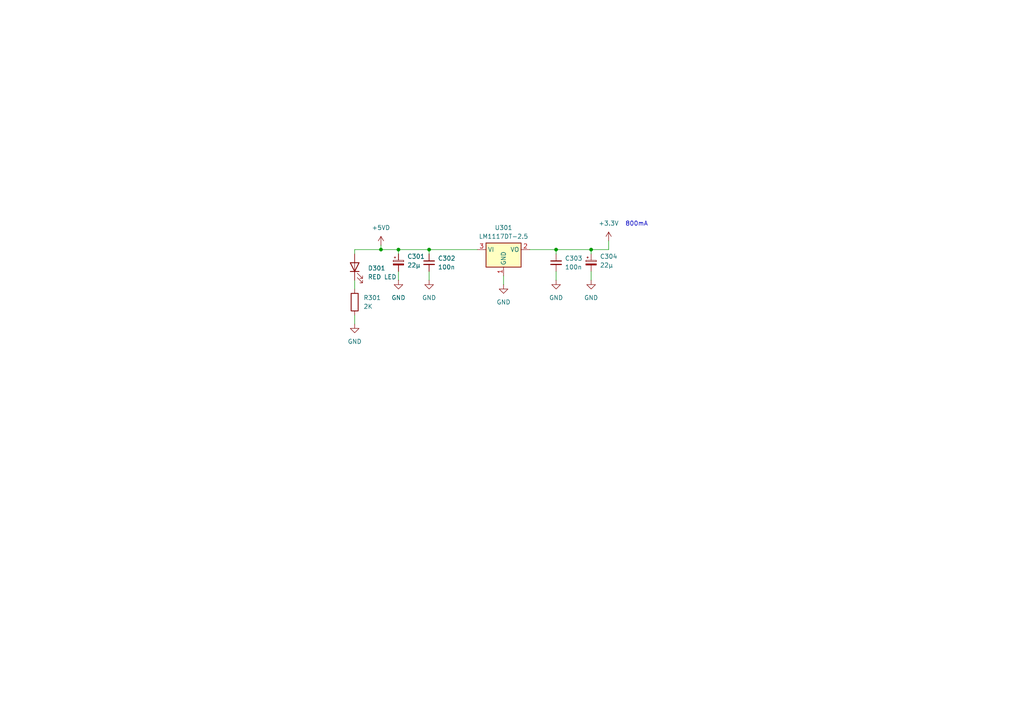
<source format=kicad_sch>
(kicad_sch (version 20250114) (generator "eeschema") (generator_version "9.0")
  (paper "A4")
  (title_block (title "POWER SUPPLY") (date "2025-09-17") (rev "V1.0") (company "CMOS-74A"))
  (lib_symbols
    (symbol "Device:C_Polarized_Small" (pin_numbers (hide yes)) (pin_names (offset 0.254) (hide yes))
      (property "Reference" "C" (at 0.254 1.778 0))
      (property "Value" "C_Polarized_Small" (at 0.254 -2.032 0))
      (symbol "C_Polarized_Small_0_1"
        (rectangle (start -1.524 0.6858) (end 1.524 0.3048))
        (rectangle (start -1.524 -0.3048) (end 1.524 -0.6858) (fill (type outline)))
        (polyline (pts (xy -1.27 1.524) (xy -0.762 1.524)))
        (polyline (pts (xy -1.016 1.27) (xy -1.016 1.778)))
      )
      (symbol "C_Polarized_Small_1_1"
        (pin passive line (at 0 2.54 270) (length 1.8542) (name "~") (number "1"))
        (pin passive line (at 0 -2.54 90) (length 1.8542) (name "~") (number "2"))
      )
    )
    (symbol "Device:C_Small" (pin_numbers (hide yes)) (pin_names (offset 0.254) (hide yes))
      (property "Reference" "C" (at 0.254 1.778 0))
      (property "Value" "C_Small" (at 0.254 -2.032 0))
      (symbol "C_Small_0_1"
        (polyline (pts (xy -1.524 0.508) (xy 1.524 0.508)) (stroke (width 0.3048)))
        (polyline (pts (xy -1.524 -0.508) (xy 1.524 -0.508)) (stroke (width 0.3302)))
      )
      (symbol "C_Small_1_1"
        (pin passive line (at 0 2.54 270) (length 2.032) (name "~") (number "1"))
        (pin passive line (at 0 -2.54 90) (length 2.032) (name "~") (number "2"))
      )
    )
    (symbol "Device:LED" (pin_numbers (hide yes)) (pin_names (offset 1.016) (hide yes))
      (property "Reference" "D" (at 0 2.54 0))
      (property "Value" "LED" (at 0 -2.54 0))
      (symbol "LED_0_1"
        (polyline (pts (xy -3.048 -0.762) (xy -4.572 -2.286) (xy -3.81 -2.286) (xy -4.572 -2.286) (xy -4.572 -1.524)))
        (polyline (pts (xy -1.778 -0.762) (xy -3.302 -2.286) (xy -2.54 -2.286) (xy -3.302 -2.286) (xy -3.302 -1.524)))
        (polyline (pts (xy -1.27 0) (xy 1.27 0)))
        (polyline (pts (xy -1.27 -1.27) (xy -1.27 1.27)) (stroke (width 0.254)))
        (polyline (pts (xy 1.27 -1.27) (xy 1.27 1.27) (xy -1.27 0) (xy 1.27 -1.27)) (stroke (width 0.254)))
      )
      (symbol "LED_1_1"
        (pin passive line (at -3.81 0 0) (length 2.54) (name "K") (number "1"))
        (pin passive line (at 3.81 0 180) (length 2.54) (name "A") (number "2"))
      )
    )
    (symbol "Device:R" (pin_numbers (hide yes)) (pin_names (offset 0))
      (property "Reference" "R" (at 2.032 0 90))
      (property "Value" "R" (at 0 0 90))
      (symbol "R_0_1"
        (rectangle (start -1.016 -2.54) (end 1.016 2.54) (stroke (width 0.254)))
      )
      (symbol "R_1_1"
        (pin passive line (at 0 3.81 270) (length 1.27) (name "~") (number "1"))
        (pin passive line (at 0 -3.81 90) (length 1.27) (name "~") (number "2"))
      )
    )
    (symbol "Regulator_Linear:LM1117DT-2.5"
      (property "Reference" "U" (at -3.81 3.175 0))
      (property "Value" "LM1117DT-2.5" (at 0 3.175 0))
      (symbol "LM1117DT-2.5_0_1"
        (rectangle (start -5.08 -5.08) (end 5.08 1.905) (stroke (width 0.254)) (fill (type background)))
      )
      (symbol "LM1117DT-2.5_1_1"
        (pin power_in line (at -7.62 0 0) (length 2.54) (name "VI") (number "3"))
        (pin power_in line (at 0 -7.62 90) (length 2.54) (name "GND") (number "1"))
        (pin power_out line (at 7.62 0 180) (length 2.54) (name "VO") (number "2"))
      )
    )
    (symbol "power:+3.3V" (power) (pin_numbers (hide yes)) (pin_names (offset 0) (hide yes))
      (property "Value" "+3.3V" (at 0 3.556 0))
      (symbol "+3.3V_0_1"
        (polyline (pts (xy -0.762 1.27) (xy 0 2.54)))
        (polyline (pts (xy 0 2.54) (xy 0.762 1.27)))
        (polyline (pts (xy 0 0) (xy 0 2.54)))
      )
      (symbol "+3.3V_1_1"
        (pin power_in line (at 0 0 90) (length 0) (name "~") (number "1"))
      )
    )
    (symbol "power:+5VD" (power) (pin_numbers (hide yes)) (pin_names (offset 0) (hide yes))
      (property "Value" "+5VD" (at 0 3.556 0))
      (symbol "+5VD_0_1"
        (polyline (pts (xy -0.762 1.27) (xy 0 2.54)))
        (polyline (pts (xy 0 2.54) (xy 0.762 1.27)))
        (polyline (pts (xy 0 0) (xy 0 2.54)))
      )
      (symbol "+5VD_1_1"
        (pin power_in line (at 0 0 90) (length 0) (name "~") (number "1"))
      )
    )
    (symbol "power:GND" (power) (pin_numbers (hide yes)) (pin_names (offset 0) (hide yes))
      (property "Value" "GND" (at 0 -3.81 0))
      (symbol "GND_0_1"
        (polyline (pts (xy 0 0) (xy 0 -1.27) (xy 1.27 -1.27) (xy 0 -2.54) (xy -1.27 -1.27) (xy 0 -1.27)))
      )
      (symbol "GND_1_1"
        (pin power_in line (at 0 0 270) (length 0) (name "~") (number "1"))
      )
    )
  )
  (text "800mA" (at 184.658 65.024 0) (effects (font (size 1.27 1.27))))
  (junction (at 161.29 72.39))
  (junction (at 124.46 72.39))
  (junction (at 171.45 72.39))
  (junction (at 115.57 72.39))
  (junction (at 110.49 72.39))
  (wire (pts (xy 161.29 72.39) (xy 171.45 72.39)))
  (wire (pts (xy 115.57 72.39) (xy 110.49 72.39)))
  (wire (pts (xy 110.49 72.39) (xy 102.87 72.39)))
  (wire (pts (xy 102.87 81.28) (xy 102.87 83.82)))
  (wire (pts (xy 171.45 78.74) (xy 171.45 81.28)))
  (wire (pts (xy 171.45 72.39) (xy 171.45 73.66)))
  (wire (pts (xy 138.43 72.39) (xy 124.46 72.39)))
  (wire (pts (xy 161.29 72.39) (xy 161.29 73.66)))
  (wire (pts (xy 146.05 80.01) (xy 146.05 82.55)))
  (wire (pts (xy 171.45 72.39) (xy 176.53 72.39)))
  (wire (pts (xy 124.46 78.74) (xy 124.46 81.28)))
  (wire (pts (xy 110.49 72.39) (xy 110.49 71.12)))
  (wire (pts (xy 124.46 72.39) (xy 124.46 73.66)))
  (wire (pts (xy 115.57 72.39) (xy 115.57 73.66)))
  (wire (pts (xy 161.29 78.74) (xy 161.29 81.28)))
  (wire (pts (xy 176.53 72.39) (xy 176.53 69.85)))
  (wire (pts (xy 102.87 91.44) (xy 102.87 93.98)))
  (wire (pts (xy 124.46 72.39) (xy 115.57 72.39)))
  (wire (pts (xy 102.87 72.39) (xy 102.87 73.66)))
  (wire (pts (xy 115.57 78.74) (xy 115.57 81.28)))
  (wire (pts (xy 153.67 72.39) (xy 161.29 72.39)))
  (symbol (lib_id "power:+3.3V") (at 176.53 69.85 0) (unit 1)
    (property "Reference" "#PWR0308" (effects (hide yes)))
    (property "Value" "+3.3V" (at 176.53 64.77 0))
    (property "Description" "Power symbol creates a global label with name \"+3.3V\"" (effects (hide yes)))
  )
  (symbol (lib_id "Device:LED") (at 102.87 77.47 90) (unit 1)
    (property "Reference" "D301" (at 106.68 77.7874 90) (effects (justify right)))
    (property "Value" "RED LED" (at 106.68 80.3274 90) (effects (justify right)))
    (property "Footprint" "LED_SMD:LED_0603_1608Metric" (effects (hide yes)))
    (property "Description" "Light emitting diode" (effects (hide yes)))
    (property "Sim.Pins" "1=K 2=A" (effects (hide yes)))
  )
  (symbol (lib_id "Regulator_Linear:LM1117DT-2.5") (at 146.05 72.39 0) (unit 1)
    (property "Reference" "U301" (at 146.05 66.04 0))
    (property "Value" "LM1117DT-2.5" (at 146.05 68.58 0))
    (property "Footprint" "Package_TO_SOT_SMD:TO-252-3_TabPin2" (effects (hide yes)))
    (property "Datasheet" "http://www.ti.com/lit/ds/symlink/lm1117.pdf" (effects (hide yes)))
    (property "Description" "800mA Low-Dropout Linear Regulator, 2.5V fixed output, TO-252" (effects (hide yes)))
  )
  (symbol (lib_id "Device:C_Small") (at 161.29 76.2 0) (unit 1)
    (property "Reference" "C303" (at 163.83 74.9362 0) (effects (justify left)))
    (property "Value" "100n" (at 163.83 77.4762 0) (effects (justify left)))
    (property "Footprint" "Capacitor_SMD:C_0603_1608Metric" (effects (hide yes)))
    (property "Description" "Unpolarized capacitor, small symbol" (effects (hide yes)))
  )
  (symbol (lib_id "power:GND") (at 115.57 81.28 0) (unit 1)
    (property "Reference" "#PWR0303" (effects (hide yes)))
    (property "Value" "GND" (at 115.57 86.36 0))
    (property "Description" "Power symbol creates a global label with name \"GND\" , ground" (effects (hide yes)))
  )
  (symbol (lib_id "power:GND") (at 161.29 81.28 0) (unit 1)
    (property "Reference" "#PWR0306" (effects (hide yes)))
    (property "Value" "GND" (at 161.29 86.36 0))
    (property "Description" "Power symbol creates a global label with name \"GND\" , ground" (effects (hide yes)))
  )
  (symbol (lib_id "power:GND") (at 171.45 81.28 0) (unit 1)
    (property "Reference" "#PWR0307" (effects (hide yes)))
    (property "Value" "GND" (at 171.45 86.36 0))
    (property "Description" "Power symbol creates a global label with name \"GND\" , ground" (effects (hide yes)))
  )
  (symbol (lib_id "power:GND") (at 102.87 93.98 0) (unit 1)
    (property "Reference" "#PWR0301" (effects (hide yes)))
    (property "Value" "GND" (at 102.87 99.06 0))
    (property "Description" "Power symbol creates a global label with name \"GND\" , ground" (effects (hide yes)))
  )
  (symbol (lib_id "power:GND") (at 124.46 81.28 0) (unit 1)
    (property "Reference" "#PWR0304" (effects (hide yes)))
    (property "Value" "GND" (at 124.46 86.36 0))
    (property "Description" "Power symbol creates a global label with name \"GND\" , ground" (effects (hide yes)))
  )
  (symbol (lib_id "power:GND") (at 146.05 82.55 0) (unit 1)
    (property "Reference" "#PWR0305" (effects (hide yes)))
    (property "Value" "GND" (at 146.05 87.63 0))
    (property "Description" "Power symbol creates a global label with name \"GND\" , ground" (effects (hide yes)))
  )
  (symbol (lib_id "Device:C_Polarized_Small") (at 171.45 76.2 0) (unit 1)
    (property "Reference" "C304" (at 173.99 74.3838 0) (effects (justify left)))
    (property "Value" "22µ" (at 173.99 76.9238 0) (effects (justify left)))
    (property "Footprint" "Capacitor_Tantalum_SMD:CP_EIA-3528-21_Kemet-B" (effects (hide yes)))
    (property "Description" "Polarized capacitor, small symbol" (effects (hide yes)))
  )
  (symbol (lib_id "Device:C_Small") (at 124.46 76.2 0) (unit 1)
    (property "Reference" "C302" (at 127 74.9362 0) (effects (justify left)))
    (property "Value" "100n" (at 127 77.4762 0) (effects (justify left)))
    (property "Footprint" "Capacitor_SMD:C_0603_1608Metric" (effects (hide yes)))
    (property "Description" "Unpolarized capacitor, small symbol" (effects (hide yes)))
  )
  (symbol (lib_id "Device:R") (at 102.87 87.63 0) (unit 1)
    (property "Reference" "R301" (at 105.41 86.3599 0) (effects (justify left)))
    (property "Value" "2K" (at 105.41 88.8999 0) (effects (justify left)))
    (property "Footprint" "Resistor_SMD:R_0603_1608Metric" (effects (hide yes)))
    (property "Description" "Resistor" (effects (hide yes)))
  )
  (symbol (lib_id "power:+5VD") (at 110.49 71.12 0) (unit 1)
    (property "Reference" "#PWR0302" (effects (hide yes)))
    (property "Value" "+5VD" (at 110.49 66.04 0))
    (property "Description" "Power symbol creates a global label with name \"+5VD\"" (effects (hide yes)))
  )
  (symbol (lib_id "Device:C_Polarized_Small") (at 115.57 76.2 0) (unit 1)
    (property "Reference" "C301" (at 118.11 74.3838 0) (effects (justify left)))
    (property "Value" "22µ" (at 118.11 76.9238 0) (effects (justify left)))
    (property "Footprint" "Capacitor_Tantalum_SMD:CP_EIA-3216-10_Kemet-I" (effects (hide yes)))
    (property "Description" "Polarized capacitor, small symbol" (effects (hide yes)))
  )
)
</source>
